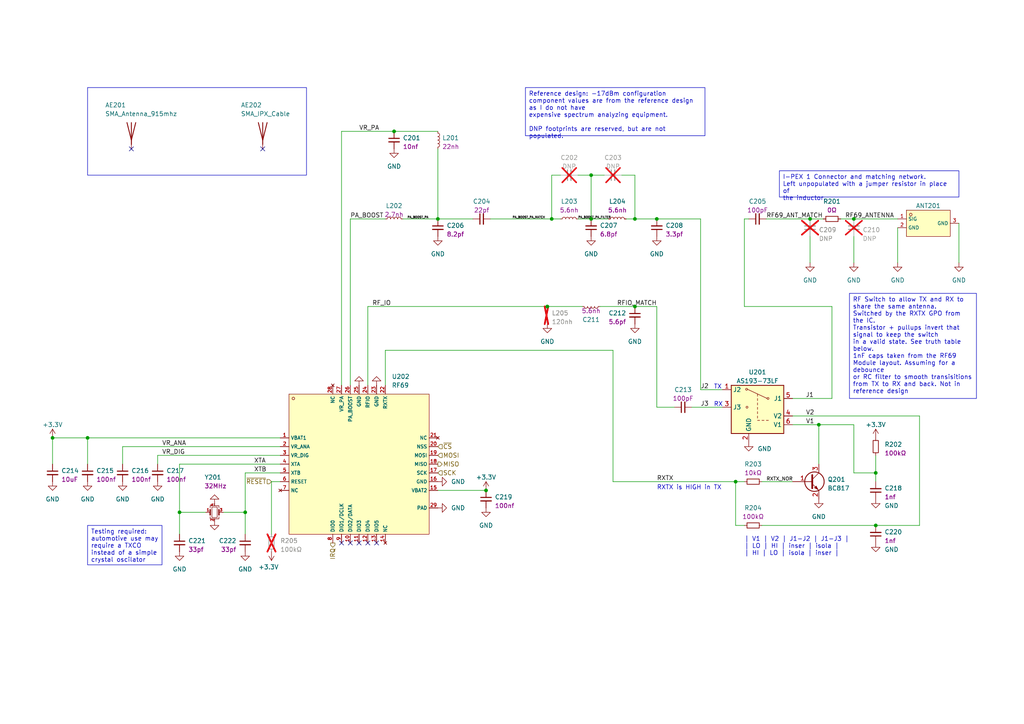
<source format=kicad_sch>
(kicad_sch (version 20230121) (generator eeschema)
  (paper "A4")
  (title_block (title "coneRGB2") (date "2023-03-20") (rev "1") (company "https://cone.codes") (comment 1 "https://github.com/connorrigby/underglow2") (comment 2 "Designed by Connor Rigby") (comment 3 "Handles real time syncronization of installations") (comment 4 "RF69 / SM1231 915mhz Radio"))
  (junction (at 184.15 63.5))
  (junction (at 160.02 63.5))
  (junction (at 171.45 63.5))
  (junction (at 184.15 88.9))
  (junction (at 127 63.5))
  (junction (at 247.65 63.5))
  (junction (at 114.3 38.1))
  (junction (at 213.36 139.7))
  (junction (at 158.75 88.9))
  (junction (at 254 152.4))
  (junction (at 15.24 127))
  (junction (at 254 137.16))
  (junction (at 190.5 63.5))
  (junction (at 52.07 148.59))
  (junction (at 171.45 50.8))
  (junction (at 25.4 127))
  (junction (at 237.49 123.19))
  (junction (at 71.12 148.59))
  (junction (at 140.97 142.24))
  (junction (at 234.95 63.5))
  (no_connect (at 76.2 43.18))
  (no_connect (at 101.6 157.48))
  (no_connect (at 38.1 43.18))
  (no_connect (at 104.14 157.48))
  (no_connect (at 99.06 157.48))
  (no_connect (at 109.22 157.48))
  (no_connect (at 106.68 157.48))
  (wire (pts (xy 184.15 63.5) (xy 181.61 63.5)))
  (wire (pts (xy 220.98 139.7) (xy 229.87 139.7)))
  (wire (pts (xy 78.74 139.7) (xy 78.74 154.94)))
  (wire (pts (xy 160.02 50.8) (xy 160.02 63.5)))
  (wire (pts (xy 173.99 88.9) (xy 184.15 88.9)))
  (wire (pts (xy 200.66 118.11) (xy 209.55 118.11)))
  (wire (pts (xy 71.12 148.59) (xy 71.12 137.16)))
  (wire (pts (xy 71.12 148.59) (xy 71.12 154.94)))
  (wire (pts (xy 52.07 148.59) (xy 59.69 148.59)))
  (wire (pts (xy 167.64 50.8) (xy 171.45 50.8)))
  (wire (pts (xy 81.28 134.62) (xy 52.07 134.62)))
  (wire (pts (xy 247.65 137.16) (xy 247.65 123.19)))
  (wire (pts (xy 177.8 139.7) (xy 213.36 139.7)))
  (wire (pts (xy 247.65 63.5) (xy 260.35 63.5)))
  (wire (pts (xy 222.25 63.5) (xy 234.95 63.5)))
  (wire (pts (xy 234.95 63.5) (xy 238.76 63.5)))
  (wire (pts (xy 106.68 111.76) (xy 106.68 88.9)))
  (wire (pts (xy 184.15 63.5) (xy 190.5 63.5)))
  (wire (pts (xy 177.8 101.6) (xy 177.8 139.7)))
  (wire (pts (xy 203.2 113.03) (xy 203.2 63.5)))
  (wire (pts (xy 190.5 63.5) (xy 203.2 63.5)))
  (wire (pts (xy 260.35 66.04) (xy 260.35 76.2)))
  (wire (pts (xy 15.24 127) (xy 25.4 127)))
  (wire (pts (xy 35.56 129.54) (xy 35.56 134.62)))
  (wire (pts (xy 190.5 118.11) (xy 195.58 118.11)))
  (wire (pts (xy 52.07 148.59) (xy 52.07 154.94)))
  (wire (pts (xy 234.95 68.58) (xy 234.95 76.2)))
  (wire (pts (xy 213.36 152.4) (xy 215.9 152.4)))
  (wire (pts (xy 171.45 50.8) (xy 171.45 63.5)))
  (wire (pts (xy 99.06 38.1) (xy 99.06 111.76)))
  (wire (pts (xy 52.07 134.62) (xy 52.07 148.59)))
  (wire (pts (xy 127 142.24) (xy 140.97 142.24)))
  (wire (pts (xy 158.75 88.9) (xy 168.91 88.9)))
  (wire (pts (xy 81.28 127) (xy 25.4 127)))
  (wire (pts (xy 71.12 137.16) (xy 81.28 137.16)))
  (wire (pts (xy 241.3 115.57) (xy 241.3 88.9)))
  (wire (pts (xy 116.84 63.5) (xy 127 63.5)))
  (wire (pts (xy 15.24 127) (xy 15.24 134.62)))
  (wire (pts (xy 81.28 129.54) (xy 35.56 129.54)))
  (wire (pts (xy 237.49 123.19) (xy 237.49 134.62)))
  (wire (pts (xy 111.76 101.6) (xy 111.76 111.76)))
  (wire (pts (xy 190.5 118.11) (xy 190.5 88.9)))
  (wire (pts (xy 127 43.18) (xy 127 63.5)))
  (wire (pts (xy 64.77 148.59) (xy 71.12 148.59)))
  (wire (pts (xy 247.65 68.58) (xy 247.65 76.2)))
  (wire (pts (xy 167.64 63.5) (xy 171.45 63.5)))
  (wire (pts (xy 241.3 88.9) (xy 215.9 88.9)))
  (wire (pts (xy 127 63.5) (xy 137.16 63.5)))
  (wire (pts (xy 171.45 63.5) (xy 176.53 63.5)))
  (wire (pts (xy 215.9 63.5) (xy 217.17 63.5)))
  (wire (pts (xy 45.72 134.62) (xy 45.72 132.08)))
  (wire (pts (xy 45.72 132.08) (xy 81.28 132.08)))
  (wire (pts (xy 101.6 63.5) (xy 101.6 111.76)))
  (wire (pts (xy 229.87 115.57) (xy 241.3 115.57)))
  (wire (pts (xy 213.36 139.7) (xy 215.9 139.7)))
  (wire (pts (xy 203.2 113.03) (xy 209.55 113.03)))
  (wire (pts (xy 106.68 88.9) (xy 158.75 88.9)))
  (wire (pts (xy 101.6 63.5) (xy 111.76 63.5)))
  (wire (pts (xy 184.15 50.8) (xy 180.34 50.8)))
  (wire (pts (xy 254 137.16) (xy 254 139.7)))
  (wire (pts (xy 142.24 63.5) (xy 160.02 63.5)))
  (wire (pts (xy 229.87 123.19) (xy 237.49 123.19)))
  (wire (pts (xy 215.9 88.9) (xy 215.9 63.5)))
  (wire (pts (xy 266.7 120.65) (xy 266.7 152.4)))
  (wire (pts (xy 220.98 152.4) (xy 254 152.4)))
  (wire (pts (xy 247.65 123.19) (xy 237.49 123.19)))
  (wire (pts (xy 243.84 63.5) (xy 247.65 63.5)))
  (wire (pts (xy 160.02 50.8) (xy 162.56 50.8)))
  (wire (pts (xy 111.76 101.6) (xy 177.8 101.6)))
  (wire (pts (xy 78.74 139.7) (xy 81.28 139.7)))
  (wire (pts (xy 99.06 38.1) (xy 114.3 38.1)))
  (wire (pts (xy 25.4 127) (xy 25.4 134.62)))
  (wire (pts (xy 184.15 50.8) (xy 184.15 63.5)))
  (wire (pts (xy 160.02 63.5) (xy 162.56 63.5)))
  (wire (pts (xy 229.87 120.65) (xy 266.7 120.65)))
  (wire (pts (xy 184.15 88.9) (xy 190.5 88.9)))
  (wire (pts (xy 254 132.08) (xy 254 137.16)))
  (wire (pts (xy 114.3 38.1) (xy 127 38.1)))
  (wire (pts (xy 254 137.16) (xy 247.65 137.16)))
  (wire (pts (xy 213.36 139.7) (xy 213.36 152.4)))
  (wire (pts (xy 171.45 50.8) (xy 175.26 50.8)))
  (wire (pts (xy 278.13 64.77) (xy 278.13 76.2)))
  (wire (pts (xy 254 152.4) (xy 266.7 152.4)))
  (rectangle (start 25.4 25.4) (end 88.9 50.8))
  (text_box "Testing required: automotive use may require a TXCO instead of a simple crystal oscilator" (at 25.4 152.4 0) (size 21.59 11.43) (effects (font (size 1.27 1.27)) (justify left top)))
  (text_box "RF Switch to allow TX and RX to share the same antenna.\nSwitched by the RXTX GPO from the IC. \nTransistor + pullups invert that signal to keep the switch\nin a valid state. See truth table below.\n1nF caps taken from the RF69 Module layout. Assuming for a debounce\nor RC filter to smooth transisitions from TX to RX and back. Not in reference design" (at 246.38 85.09 0) (size 36.83 30.48) (effects (font (size 1.27 1.27)) (justify left top)))
  (text_box "Reference design: -17dBm configuration\ncomponent values are from the reference design as I do not have\nexpensive spectrum analyzing equipment. \n\nDNP footprints are reserved, but are not populated." (at 152.4 25.4 0) (size 52.07 13.97) (effects (font (size 1.27 1.27)) (justify left top)))
  (text_box "I-PEX 1 Connector and matching network.\nLeft unpopulated with a jumper resistor in place of\nthe inductor." (at 226.06 49.53 0) (size 52.07 7.62) (effects (font (size 1.27 1.27)) (justify left top)))
  (text "RXTX is HIGH in TX" (at 190.5 142.24 0) (effects (font (size 1.27 1.27)) (justify left bottom)))
  (text "TX" (at 207.01 113.03 0) (effects (font (size 1.27 1.27)) (justify left bottom)))
  (text "| V1 | V2 | J1-J2 | J1-J3 |\n| LO | HI | inser | isola |\n| HI | LO | isola | inser |" (at 215.9 161.29 0) (effects (font (size 1.27 1.27)) (justify left bottom)))
  (text "RX" (at 207.01 118.11 0) (effects (font (size 1.27 1.27)) (justify left bottom)))
  (label "RF69_ANTENNA" (at 245.11 63.5 0) (property "Netclass" "RF" (effects hide)))
  (label "XTB" (at 73.66 137.16 0))
  (label "J1" (at 233.68 115.57 0) (property "Netclass" "RF" (effects hide)))
  (label "PA_BOOST_PA" (at 118.11 63.5 0) (effects (font (size 0.6 0.6))) (property "Netclass" "RF" (effects hide)))
  (label "J2" (at 203.2 113.03 0))
  (label "RF69_ANT_MATCH" (at 222.25 63.5 0) (property "Netclass" "RF" (effects hide)))
  (label "RXTX" (at 190.5 139.7 0) (property "Netclass" "GPIO" (effects hide)))
  (label "PA_BOOST_PA_FILTER" (at 167.64 63.5 0) (effects (font (size 0.6 0.6))) (property "Netclass" "RF" (effects hide)))
  (label "V2" (at 236.22 120.65 180) (property "Netclass" "GPIO" (effects hide)))
  (label "VR_DIG" (at 46.99 132.08 0) (property "Netclass" "Power" (effects hide)))
  (label "V1" (at 236.22 123.19 180) (property "Netclass" "GPIO" (effects hide)))
  (label "RFIO_MATCH" (at 190.5 88.9 180) (property "Netclass" "RF" (effects hide)))
  (label "PA_BOOST_PA_MATCH" (at 148.59 63.5 0) (effects (font (size 0.6 0.6))) (property "Netclass" "RF" (effects hide)))
  (label "VR_ANA" (at 46.99 129.54 0) (property "Netclass" "Power_HF" (effects hide)))
  (label "RF_IO" (at 107.95 88.9 0) (property "Netclass" "RF" (effects hide)))
  (label "VR_PA" (at 104.14 38.1 0) (property "Netclass" "RF" (effects hide)))
  (label "XTA" (at 73.66 134.62 0))
  (label "J3" (at 203.2 118.11 0) (property "Netclass" "RF" (effects hide)))
  (label "RXTX_NOR" (at 222.25 139.7 0) (effects (font (size 1 1))) (property "Netclass" "GPIO" (effects hide)))
  (label "PA_BOOST" (at 101.6 63.5 0) (property "Netclass" "RF" (effects hide)))
  (hierarchical_label "~{CS}" (shape input) (at 127 129.54 0))
  (hierarchical_label "IRQ" (shape output) (at 96.52 157.48 270))
  (hierarchical_label "MISO" (shape output) (at 127 134.62 0))
  (hierarchical_label "MOSI" (shape input) (at 127 132.08 0))
  (hierarchical_label "SCK" (shape input) (at 127 137.16 0))
  (hierarchical_label "~{RESET}" (shape input) (at 78.74 139.7 180))
  (symbol (lib_id "power:GND") (at 114.3 43.18 0) (unit 1)
    (property "Reference" "#PWR0201" (effects hide))
    (property "Value" "GND" (at 114.3 48.26 0))
    (instances (project "underglow2-remote" (path "" (reference "#PWR0201") (unit 1))) (project "underglow2" (path "" (reference "#PWR0818") (unit 1))))
  )
  (symbol (lib_id "LCSC_Capacitor:C_0402_100nf_X7R") (at 35.56 137.16 0) (unit 1)
    (property "Reference" "C216" (at 38.1 136.5313 0) (effects (justify left)))
    (property "Value" "C_0402_100nf_X7R" (effects hide))
    (property "Footprint" "Capacitor_SMD:C_0402_1005Metric" (effects hide))
    (property "Datasheet" "https://datasheet.lcsc.com/lcsc/1811141731_FH--Guangdong-Fenghua-Advanced-Tech-0402B104K500NT_C110251.pdf" (effects hide))
    (property "MPN" "0402B104K500NT" (effects hide))
    (property "LCSC" "C110251" (effects hide))
    (property "Capacitance" "100nf" (at 38.1 139.0713 0) (effects (justify left)))
    (property "Voltage" "50V" (effects hide))
    (property "Temperature" "X7R" (effects hide))
    (instances (project "underglow2-remote" (path "" (reference "C216") (unit 1))) (project "underglow2" (path "" (reference "C809") (unit 1))))
  )
  (symbol (lib_id "Device:Antenna") (at 38.1 38.1 0) (unit 1) (on_board no)
    (property "Reference" "AE201" (at 30.48 30.48 0) (effects (justify left)))
    (property "Value" "SMA_Antenna_915mhz" (at 30.48 33.02 0) (effects (justify left)))
    (property "Footprint" "Enclosure:SMA_Antenna_Vertical" (effects hide))
    (property "Datasheet" "https://datasheet.lcsc.com/lcsc/2207191000_ZIISOR-TX915-JK-11_C468327.pdf" (effects hide))
    (property "MPN" "TX915-JK-11" (effects hide))
    (property "LCSC" "C468327" (effects hide))
    (instances (project "underglow2-remote" (path "" (reference "AE201") (unit 1))) (project "underglow2" (path "" (reference "AE801") (unit 1))))
  )
  (symbol (lib_id "power:GND") (at 15.24 139.7 0) (unit 1)
    (property "Reference" "#PWR0216" (effects hide))
    (property "Value" "GND" (at 15.24 144.78 0))
    (instances (project "underglow2-remote" (path "" (reference "#PWR0216") (unit 1))) (project "underglow2" (path "" (reference "#PWR0823") (unit 1))))
  )
  (symbol (lib_id "LCSC_RF_Transciever_ICs:AS193-73LF") (at 219.71 118.11 0) (mirror y) (unit 1)
    (property "Reference" "U201" (at 219.71 107.95 0))
    (property "Value" "AS193-73LF" (at 219.71 110.49 0))
    (property "Footprint" "Package_TO_SOT_SMD:SOT-363_SC-70-6" (effects hide))
    (property "Datasheet" "https://datasheet.lcsc.com/lcsc/1805301207_Skyworks-Solutions-AS193-73LF_C6199.pdf" (effects hide))
    (property "LCSC" "C6199" (effects hide))
    (property "MPN" "AS193-73LF" (effects hide))
    (instances (project "underglow2-remote" (path "" (reference "U201") (unit 1))) (project "underglow2" (path "" (reference "U802") (unit 1))))
  )
  (symbol (lib_id "LCSC_Capacitor:C_0805_10u_X5R") (at 15.24 137.16 0) (unit 1)
    (property "Reference" "C214" (at 17.78 136.5313 0) (effects (justify left)))
    (property "Value" "C_0805_10u_X5R" (effects hide))
    (property "Footprint" "Capacitor_SMD:C_0805_2012Metric" (effects hide))
    (property "Datasheet" "https://datasheet.lcsc.com/lcsc/1810201234_Murata-Electronics-GRM21BR6YA106KE43L_C162422.pdf" (effects hide))
    (property "Capacitance" "10uF" (at 17.78 139.0713 0) (effects (justify left)))
    (property "LCSC" "C162422" (effects hide))
    (property "MPN" "GRM21BR6YA106KE43L" (effects hide))
    (property "Voltage" "35V" (effects hide))
    (property "Tolerance" "10%" (effects hide))
    (property "Temperature" "X5R" (effects hide))
    (instances (project "underglow2-remote" (path "" (reference "C214") (unit 1))) (project "underglow2" (path "" (reference "C816") (unit 1))))
  )
  (symbol (lib_id "LCSC_Capacitor:C_0402_3p3_C0G") (at 190.5 66.04 180) (unit 1)
    (property "Reference" "C208" (at 193.04 65.3986 0) (effects (justify right)))
    (property "Value" "C_0402_3p3_C0G" (effects hide))
    (property "Footprint" "Capacitor_SMD:C_0402_1005Metric" (effects hide))
    (property "Datasheet" "https://datasheet.lcsc.com/lcsc/1811081612_Murata-Electronics-GRM1555C1H3R3CA01D_C76968.pdf" (effects hide))
    (property "Capacitance" "3.3pf" (at 193.04 67.9386 0) (effects (justify right)))
    (property "LCSC" "C76968" (effects hide))
    (property "MPN" "GRM1555C1H3R3CA01D" (effects hide))
    (property "Voltage" "50V" (effects hide))
    (property "Tolerance" "2%" (effects hide))
    (property "Temperature" "C0G" (effects hide))
    (instances (project "underglow2-remote" (path "" (reference "C208") (unit 1))) (project "underglow2" (path "" (reference "C807") (unit 1))))
  )
  (symbol (lib_id "LCSC_Crystal:32_Mhz") (at 62.23 148.59 0) (unit 1)
    (property "Reference" "Y201" (at 59.2837 138.43 0) (effects (justify left)))
    (property "Value" "32_Mhz" (effects hide))
    (property "Footprint" "Crystal:Crystal_SMD_3225-4Pin_3.2x2.5mm" (effects hide))
    (property "Datasheet" "https://datasheet.lcsc.com/lcsc/2208241730_TAE-Zhejiang-Abel-Elec-TAXM32M4RLBCDT2T_C5143379.pdf" (effects hide))
    (property "MPN" "TAXM32M4RLBCDT2T" (effects hide))
    (property "LCSC" "C5143379" (effects hide))
    (property "Frequency" "32MHz" (at 59.2837 140.97 0) (effects (justify left)))
    (instances (project "underglow2-remote" (path "" (reference "Y201") (unit 1))) (project "underglow2" (path "" (reference "Y801") (unit 1))))
  )
  (symbol (lib_id "LCSC_Inductor:L_0402_22n") (at 127 40.64 0) (unit 1)
    (property "Reference" "L201" (at 128.27 40.005 0) (effects (justify left)))
    (property "Value" "L_0402_22n" (effects hide))
    (property "Footprint" "Inductor_SMD:L_0402_1005Metric" (effects hide))
    (property "Datasheet" "https://datasheet.lcsc.com/lcsc/1811081610_Murata-Electronics-LQW15AN22NG00D_C86129.pdf" (effects hide))
    (property "LCSC" "C86129" (effects hide))
    (property "MPN" "LQW15AN22NG00D" (effects hide))
    (property "Inductance" "22nh" (at 128.27 42.545 0) (effects (justify left)))
    (instances (project "underglow2-remote" (path "" (reference "L201") (unit 1))) (project "underglow2" (path "" (reference "L802") (unit 1))))
  )
  (symbol (lib_id "LCSC_Resistor:R_0402_100k") (at 218.44 152.4 90) (unit 1)
    (property "Reference" "R204" (at 218.44 147.32 90))
    (property "Value" "R_0402_100k" (effects hide))
    (property "Footprint" "Resistor_SMD:R_0402_1005Metric" (effects hide))
    (property "Datasheet" "https://datasheet.lcsc.com/lcsc/2203231830_Viking-Tech-ARG02BTC1003_C2984406.pdf" (effects hide))
    (property "MPN" "ARG02BTC1003" (effects hide))
    (property "LCSC" "C2984406" (effects hide))
    (property "Resistance" "100kΩ" (at 218.44 149.86 90))
    (instances (project "underglow2-remote" (path "" (reference "R204") (unit 1))) (project "underglow2" (path "" (reference "R803") (unit 1))))
  )
  (symbol (lib_id "power:GND") (at 127 68.58 0) (unit 1)
    (property "Reference" "#PWR0202" (effects hide))
    (property "Value" "GND" (at 127 73.66 0))
    (instances (project "underglow2-remote" (path "" (reference "#PWR0202") (unit 1))) (project "underglow2" (path "" (reference "#PWR0822") (unit 1))))
  )
  (symbol (lib_id "LCSC_Transistor1:BC817") (at 234.95 139.7 0) (unit 1)
    (property "Reference" "Q201" (at 240.03 139.065 0) (effects (justify left)))
    (property "Value" "BC817" (at 240.03 141.605 0) (effects (justify left)))
    (property "Footprint" "Package_TO_SOT_SMD:SOT-23" (effects hide))
    (property "Datasheet" "https://www.onsemi.com/pub/Collateral/BC818-D.pdf" (effects hide))
    (property "LCSC" "C39828" (effects hide))
    (instances (project "underglow2-remote" (path "" (reference "Q201") (unit 1))) (project "underglow2" (path "" (reference "Q801") (unit 1))))
  )
  (symbol (lib_id "power:GND") (at 71.12 160.02 0) (unit 1)
    (property "Reference" "#PWR0230" (effects hide))
    (property "Value" "GND" (at 71.12 165.1 0))
    (instances (project "underglow2-remote" (path "" (reference "#PWR0230") (unit 1))) (project "underglow2" (path "" (reference "#PWR0808") (unit 1))))
  )
  (symbol (lib_id "LCSC_Resistor:R_0402_10k") (at 218.44 139.7 90) (unit 1)
    (property "Reference" "R203" (at 218.44 134.62 90))
    (property "Value" "R_0402_10k" (effects hide))
    (property "Footprint" "Resistor_SMD:R_0402_1005Metric" (effects hide))
    (property "Datasheet" "https://datasheet.lcsc.com/lcsc/2109301330_Viking-Tech-ARG02BTC1002_C2902636.pdf" (effects hide))
    (property "MPN" "ARG02BTC1002" (effects hide))
    (property "LCSC" "C2902636" (effects hide))
    (property "Resistance" "10kΩ" (at 218.44 137.16 90))
    (instances (project "underglow2-remote" (path "" (reference "R203") (unit 1))) (project "underglow2" (path "" (reference "R805") (unit 1))))
  )
  (symbol (lib_id "LCSC_Capacitor:C_0402_22p_C0G") (at 139.7 63.5 90) (unit 1)
    (property "Reference" "C204" (at 139.7063 58.42 90))
    (property "Value" "C_0402_22p_C0G" (effects hide))
    (property "Footprint" "Capacitor_SMD:C_0402_1005Metric" (effects hide))
    (property "Datasheet" "https://datasheet.lcsc.com/lcsc/1811081530_Murata-Electronics-GJM1555C1H220GB01D_C161315.pdf" (effects hide))
    (property "Capacitance" "22pf" (at 139.7063 60.96 90))
    (property "LCSC" "C161315" (effects hide))
    (property "MPN" "GJM1555C1H220GB01D" (effects hide))
    (property "Voltage" "50V" (effects hide))
    (property "Tolerance" "2%" (effects hide))
    (property "Temperature" "C0G" (effects hide))
    (instances (project "underglow2-remote" (path "" (reference "C204") (unit 1))) (project "underglow2" (path "" (reference "C803") (unit 1))))
  )
  (symbol (lib_id "LCSC_Inductor:L_0402_2n7") (at 114.3 63.5 90) (unit 1)
    (property "Reference" "L202" (at 114.3 59.69 90))
    (property "Value" "L_0402_2n7" (effects hide))
    (property "Footprint" "Inductor_SMD:L_0402_1005Metric" (effects hide))
    (property "Datasheet" "https://datasheet.lcsc.com/lcsc/1811081613_Murata-Electronics-LQW15AN2N7C00D_C98058.pdf" (effects hide))
    (property "LCSC" "C98058" (effects hide))
    (property "MPN" "LQW15AN2N7C00D" (effects hide))
    (property "Inductance" "2.7nh" (at 114.3 62.23 90))
    (instances (project "underglow2-remote" (path "" (reference "L202") (unit 1))) (project "underglow2" (path "" (reference "L801") (unit 1))))
  )
  (symbol (lib_id "power:GND") (at 62.23 146.05 180) (unit 1)
    (property "Reference" "#PWR0224" (effects hide))
    (property "Value" "GND" (effects hide))
    (instances (project "underglow2-remote" (path "" (reference "#PWR0224") (unit 1))) (project "underglow2" (path "" (reference "#PWR0810") (unit 1))))
  )
  (symbol (lib_id "power:+3.3V") (at 78.74 160.02 180) (unit 1)
    (property "Reference" "#PWR0231" (effects hide))
    (property "Value" "+3.3V" (at 74.93 164.465 0) (effects (justify right)))
    (instances (project "underglow2-remote" (path "" (reference "#PWR0231") (unit 1))) (project "underglow2" (path "" (reference "#PWR0828") (unit 1))))
  )
  (symbol (lib_id "LCSC_Capacitor:C_0402_DNP") (at 247.65 66.04 180) (unit 1) (in_bom no) (dnp yes)
    (property "Reference" "C210" (at 250.19 66.6686 0) (effects (justify right)))
    (property "Value" "C_0402_DNP" (effects hide))
    (property "Footprint" "Capacitor_SMD:C_0402_1005Metric" (effects hide))
    (property "Capacitance" "DNP" (at 250.19 69.2086 0) (effects (justify right)))
    (instances (project "underglow2-remote" (path "" (reference "C210") (unit 1))) (project "underglow2" (path "" (reference "C827") (unit 1))))
  )
  (symbol (lib_id "LCSC_Capacitor:C_0402_DNP") (at 234.95 66.04 180) (unit 1) (in_bom no) (dnp yes)
    (property "Reference" "C209" (at 237.49 66.6686 0) (effects (justify right)))
    (property "Value" "C_0402_DNP" (effects hide))
    (property "Footprint" "Capacitor_SMD:C_0402_1005Metric" (effects hide))
    (property "Capacitance" "DNP" (at 237.49 69.2086 0) (effects (justify right)))
    (instances (project "underglow2-remote" (path "" (reference "C209") (unit 1))) (project "underglow2" (path "" (reference "C826") (unit 1))))
  )
  (symbol (lib_id "LCSC_Capacitor:C_0402_DNP") (at 177.8 50.8 90) (unit 1) (in_bom no) (dnp yes)
    (property "Reference" "C203" (at 177.8063 45.72 90))
    (property "Value" "C_0402_DNP" (effects hide))
    (property "Footprint" "Capacitor_SMD:C_0402_1005Metric" (effects hide))
    (property "Capacitance" "DNP" (at 177.8063 48.26 90))
    (instances (project "underglow2-remote" (path "" (reference "C203") (unit 1))) (project "underglow2" (path "" (reference "C806") (unit 1))))
  )
  (symbol (lib_id "power:+3.3V") (at 140.97 142.24 0) (unit 1)
    (property "Reference" "#PWR0221" (effects hide))
    (property "Value" "+3.3V" (at 140.97 138.43 0))
    (instances (project "underglow2-remote" (path "" (reference "#PWR0221") (unit 1))) (project "underglow2" (path "" (reference "#PWR0801") (unit 1))))
  )
  (symbol (lib_id "LCSC_Capacitor:C_0402_33p_C0G") (at 71.12 157.48 0) (unit 1)
    (property "Reference" "C222" (at 68.58 156.8513 0) (effects (justify right)))
    (property "Value" "C_0402_33p_C0G" (effects hide))
    (property "Footprint" "Capacitor_SMD:C_0402_1005Metric" (effects hide))
    (property "Datasheet" "https://datasheet.lcsc.com/lcsc/1811081610_Murata-Electronics-GJM1555C1H330GB01D_C76905.pdf" (effects hide))
    (property "Capacitance" "33pf" (at 68.58 159.3913 0) (effects (justify right)))
    (property "LCSC" "C76905" (effects hide))
    (property "Voltage" "50V" (effects hide))
    (property "Tolerance" "2%" (effects hide))
    (property "Temperature" "C0G" (effects hide))
    (instances (project "underglow2-remote" (path "" (reference "C222") (unit 1))) (project "underglow2" (path "" (reference "C812") (unit 1))))
  )
  (symbol (lib_id "LCSC_Capacitor:C_0402_100nf_X7R") (at 25.4 137.16 0) (unit 1)
    (property "Reference" "C215" (at 27.94 136.5313 0) (effects (justify left)))
    (property "Value" "C_0402_100nf_X7R" (effects hide))
    (property "Footprint" "Capacitor_SMD:C_0402_1005Metric" (effects hide))
    (property "Datasheet" "https://datasheet.lcsc.com/lcsc/1811141731_FH--Guangdong-Fenghua-Advanced-Tech-0402B104K500NT_C110251.pdf" (effects hide))
    (property "MPN" "0402B104K500NT" (effects hide))
    (property "LCSC" "C110251" (effects hide))
    (property "Capacitance" "100nf" (at 27.94 139.0713 0) (effects (justify left)))
    (property "Voltage" "50V" (effects hide))
    (property "Temperature" "X7R" (effects hide))
    (instances (project "underglow2-remote" (path "" (reference "C215") (unit 1))) (project "underglow2" (path "" (reference "C808") (unit 1))))
  )
  (symbol (lib_id "power:GND") (at 184.15 93.98 0) (unit 1)
    (property "Reference" "#PWR0210" (effects hide))
    (property "Value" "GND" (at 184.15 99.06 0))
    (instances (project "underglow2-remote" (path "" (reference "#PWR0210") (unit 1))) (project "underglow2" (path "" (reference "#PWR0821") (unit 1))))
  )
  (symbol (lib_id "LCSC_Antenna:BWIPX-1-001E") (at 269.24 64.77 0) (unit 1)
    (property "Reference" "ANT201" (at 269.24 59.69 0))
    (property "Value" "BWIPX-1-001E" (effects hide))
    (property "Footprint" "LCSC_Antenna:IPEX-SMD_BWIPX-1-001E" (effects hide))
    (property "Datasheet" "https://datasheet.lcsc.com/lcsc/2012231509_BAT-WIRELESS-BWIPX-1-001E_C496552.pdf" (effects hide))
    (property "LCSC" "C496552" (effects hide))
    (property "MPN" "BWIPX-1-001E" (effects hide))
    (instances (project "underglow2-remote" (path "" (reference "ANT201") (unit 1))) (project "underglow2" (path "" (reference "ANT801") (unit 1))))
  )
  (symbol (lib_id "power:GND") (at 35.56 139.7 0) (unit 1)
    (property "Reference" "#PWR0218" (effects hide))
    (property "Value" "GND" (at 35.56 144.78 0))
    (instances (project "underglow2-remote" (path "" (reference "#PWR0218") (unit 1))) (project "underglow2" (path "" (reference "#PWR0804") (unit 1))))
  )
  (symbol (lib_id "power:GND") (at 109.22 111.76 180) (unit 1)
    (property "Reference" "#PWR0212" (effects hide))
    (property "Value" "GND" (effects hide))
    (instances (project "underglow2-remote" (path "" (reference "#PWR0212") (unit 1))) (project "underglow2" (path "" (reference "#PWR0164") (unit 1))))
  )
  (symbol (lib_id "power:GND") (at 140.97 147.32 0) (unit 1)
    (property "Reference" "#PWR0226" (effects hide))
    (property "Value" "GND" (at 140.97 152.4 0))
    (instances (project "underglow2-remote" (path "" (reference "#PWR0226") (unit 1))) (project "underglow2" (path "" (reference "#PWR0802") (unit 1))))
  )
  (symbol (lib_id "LCSC_Inductor:L_0402_120n") (at 158.75 91.44 180) (unit 1) (in_bom no) (dnp yes)
    (property "Reference" "L205" (at 160.02 90.805 0) (effects (justify right)))
    (property "Value" "L_0402_120n" (effects hide))
    (property "Footprint" "Inductor_SMD:L_0402_1005Metric" (effects hide))
    (property "Datasheet" "https://datasheet.lcsc.com/lcsc/1811081514_Murata-Electronics-LQW15ANR12J00D_C113123.pdf" (effects hide))
    (property "LCSC" "C113123" (effects hide))
    (property "MPN" "LQW15ANR12J00D" (effects hide))
    (property "Inductance" "120nh" (at 160.02 93.345 0) (effects (justify right)))
    (instances (project "underglow2-remote" (path "" (reference "L205") (unit 1))) (project "underglow2" (path "" (reference "L805") (unit 1))))
  )
  (symbol (lib_id "LCSC_Inductor:L_0402_5n6") (at 179.07 63.5 90) (unit 1)
    (property "Reference" "L204" (at 179.07 58.42 90))
    (property "Value" "L_0402_5n6" (effects hide))
    (property "Footprint" "Inductor_SMD:L_0402_1005Metric" (effects hide))
    (property "Datasheet" "https://datasheet.lcsc.com/lcsc/1811081522_Murata-Electronics-LQW15AN5N6C10D_C91626.pdf" (effects hide))
    (property "LCSC" "C91626" (effects hide))
    (property "MPN" "LQW15AN5N6C10D" (effects hide))
    (property "Inductance" "5.6nh" (at 179.07 60.96 90))
    (instances (project "underglow2-remote" (path "" (reference "L204") (unit 1))) (project "underglow2" (path "" (reference "L804") (unit 1))))
  )
  (symbol (lib_id "power:GND") (at 190.5 68.58 0) (unit 1)
    (property "Reference" "#PWR0204" (effects hide))
    (property "Value" "GND" (at 190.5 73.66 0))
    (instances (project "underglow2-remote" (path "" (reference "#PWR0204") (unit 1))) (project "underglow2" (path "" (reference "#PWR0824") (unit 1))))
  )
  (symbol (lib_id "LCSC_Capacitor:C_0402_100nf_X7R") (at 45.72 137.16 0) (unit 1)
    (property "Reference" "C217" (at 48.26 136.5313 0) (effects (justify left)))
    (property "Value" "C_0402_100nf_X7R" (effects hide))
    (property "Footprint" "Capacitor_SMD:C_0402_1005Metric" (effects hide))
    (property "Datasheet" "https://datasheet.lcsc.com/lcsc/1811141731_FH--Guangdong-Fenghua-Advanced-Tech-0402B104K500NT_C110251.pdf" (effects hide))
    (property "MPN" "0402B104K500NT" (effects hide))
    (property "LCSC" "C110251" (effects hide))
    (property "Capacitance" "100nf" (at 48.26 139.0713 0) (effects (justify left)))
    (property "Voltage" "50V" (effects hide))
    (property "Temperature" "X7R" (effects hide))
    (instances (project "underglow2-remote" (path "" (reference "C217") (unit 1))) (project "underglow2" (path "" (reference "C810") (unit 1))))
  )
  (symbol (lib_id "LCSC_Resistor:R_0402_100k") (at 254 129.54 0) (unit 1)
    (property "Reference" "R202" (at 256.54 128.905 0) (effects (justify left)))
    (property "Value" "R_0402_100k" (effects hide))
    (property "Footprint" "Resistor_SMD:R_0402_1005Metric" (effects hide))
    (property "Datasheet" "https://datasheet.lcsc.com/lcsc/2203231830_Viking-Tech-ARG02BTC1003_C2984406.pdf" (effects hide))
    (property "MPN" "ARG02BTC1003" (effects hide))
    (property "LCSC" "C2984406" (effects hide))
    (property "Resistance" "100kΩ" (at 256.54 131.445 0) (effects (justify left)))
    (instances (project "underglow2-remote" (path "" (reference "R202") (unit 1))) (project "underglow2" (path "" (reference "R802") (unit 1))))
  )
  (symbol (lib_id "power:+3.3V") (at 254 127 0) (unit 1)
    (property "Reference" "#PWR0214" (effects hide))
    (property "Value" "+3.3V" (at 254 123.19 0))
    (instances (project "underglow2-remote" (path "" (reference "#PWR0214") (unit 1))) (project "underglow2" (path "" (reference "#PWR0817") (unit 1))))
  )
  (symbol (lib_id "LCSC_Capacitor:C_0402_100nf_X7R") (at 140.97 144.78 0) (unit 1)
    (property "Reference" "C219" (at 143.51 144.1513 0) (effects (justify left)))
    (property "Value" "C_0402_100nf_X7R" (effects hide))
    (property "Footprint" "Capacitor_SMD:C_0402_1005Metric" (effects hide))
    (property "Datasheet" "https://datasheet.lcsc.com/lcsc/1811141731_FH--Guangdong-Fenghua-Advanced-Tech-0402B104K500NT_C110251.pdf" (effects hide))
    (property "MPN" "0402B104K500NT" (effects hide))
    (property "LCSC" "C110251" (effects hide))
    (property "Capacitance" "100nf" (at 143.51 146.6913 0) (effects (justify left)))
    (property "Voltage" "50V" (effects hide))
    (property "Temperature" "X7R" (effects hide))
    (instances (project "underglow2-remote" (path "" (reference "C219") (unit 1))) (project "underglow2" (path "" (reference "C813") (unit 1))))
  )
  (symbol (lib_id "LCSC_Capacitor:C_0402_10n_C0G") (at 114.3 40.64 0) (unit 1)
    (property "Reference" "C201" (at 116.84 40.0113 0) (effects (justify left)))
    (property "Value" "C_0402_10n_C0G" (effects hide))
    (property "Footprint" "Capacitor_SMD:C_0402_1005Metric" (effects hide))
    (property "Datasheet" "https://datasheet.lcsc.com/lcsc/2107290630_Murata-Electronics-GRM1555CYA103JE01D_C1518210.pdf" (effects hide))
    (property "Capacitance" "10nf" (at 116.84 42.5513 0) (effects (justify left)))
    (property "LCSC" "C1518210" (effects hide))
    (property "MPN" "GRM1555CYA103JE01D" (effects hide))
    (property "Voltage" "35V" (effects hide))
    (property "Tolerance" "±5%" (effects hide))
    (property "Temperature" "C0G" (effects hide))
    (instances (project "underglow2-remote" (path "" (reference "C201") (unit 1))) (project "underglow2" (path "" (reference "C801") (unit 1))))
  )
  (symbol (lib_id "power:GND") (at 278.13 76.2 0) (unit 1)
    (property "Reference" "#PWR0208" (effects hide))
    (property "Value" "GND" (at 278.13 81.28 0))
    (instances (project "underglow2-remote" (path "" (reference "#PWR0208") (unit 1))) (project "underglow2" (path "" (reference "#PWR0813") (unit 1))))
  )
  (symbol (lib_id "power:+3.3V") (at 15.24 127 0) (unit 1)
    (property "Reference" "#PWR0213" (effects hide))
    (property "Value" "+3.3V" (at 15.24 123.19 0))
    (instances (project "underglow2-remote" (path "" (reference "#PWR0213") (unit 1))) (project "underglow2" (path "" (reference "#PWR0806") (unit 1))))
  )
  (symbol (lib_id "LCSC_Capacitor:C_0402_1nf_X7R") (at 254 154.94 180) (unit 1)
    (property "Reference" "C220" (at 256.54 154.2986 0) (effects (justify right)))
    (property "Value" "C_0402_1nf_X7R" (effects hide))
    (property "Footprint" "Capacitor_SMD:C_0402_1005Metric" (effects hide))
    (property "Datasheet" "https://datasheet.lcsc.com/lcsc/1811081510_Murata-Electronics-GCM155R72A102KA37D_C126538.pdf" (effects hide))
    (property "MPN" "GCM155R72A102KA37D" (effects hide))
    (property "LCSC" "C126538" (effects hide))
    (property "Capacitance" "1nf" (at 256.54 156.8386 0) (effects (justify right)))
    (property "Voltage" "100V" (effects hide))
    (property "Temperature" "X7R" (effects hide))
    (instances (project "underglow2-remote" (path "" (reference "C220") (unit 1))) (project "underglow2" (path "" (reference "C829") (unit 1))))
  )
  (symbol (lib_id "power:GND") (at 158.75 93.98 0) (unit 1)
    (property "Reference" "#PWR0209" (effects hide))
    (property "Value" "GND" (at 158.75 99.06 0))
    (instances (project "underglow2-remote" (path "" (reference "#PWR0209") (unit 1))) (project "underglow2" (path "" (reference "#PWR0820") (unit 1))))
  )
  (symbol (lib_id "power:GND") (at 104.14 111.76 180) (unit 1)
    (property "Reference" "#PWR0211" (effects hide))
    (property "Value" "GND" (effects hide))
    (instances (project "underglow2-remote" (path "" (reference "#PWR0211") (unit 1))) (project "underglow2" (path "" (reference "#PWR0165") (unit 1))))
  )
  (symbol (lib_id "power:GND") (at 62.23 151.13 0) (unit 1)
    (property "Reference" "#PWR0227" (effects hide))
    (property "Value" "GND" (effects hide))
    (instances (project "underglow2-remote" (path "" (reference "#PWR0227") (unit 1))) (project "underglow2" (path "" (reference "#PWR0809") (unit 1))))
  )
  (symbol (lib_id "Device:Antenna") (at 76.2 38.1 0) (unit 1) (on_board no)
    (property "Reference" "AE202" (at 69.85 30.48 0) (effects (justify left)))
    (property "Value" "SMA_IPX_Cable" (at 69.85 33.02 0) (effects (justify left)))
    (property "Footprint" "Enclosure:SMA_Connector" (effects hide))
    (property "Datasheet" "https://datasheet.lcsc.com/lcsc/2009180306_BAT-WIRELESS-BWIPX1-SMA-1-13L100_C784403.pdf" (effects hide))
    (property "LCSC" "C784403" (effects hide))
    (property "MPN" "BWIPX1-SMA-1.13L100" (effects hide))
    (instances (project "underglow2-remote" (path "" (reference "AE202") (unit 1))) (project "underglow2" (path "" (reference "AE802") (unit 1))))
  )
  (symbol (lib_id "power:GND") (at 127 139.7 90) (unit 1)
    (property "Reference" "#PWR0220" (effects hide))
    (property "Value" "GND" (at 130.81 139.6999 90) (effects (justify right)))
    (instances (project "underglow2-remote" (path "" (reference "#PWR0220") (unit 1))) (project "underglow2" (path "" (reference "#PWR0162") (unit 1))))
  )
  (symbol (lib_id "LCSC_Capacitor:C_0402_33p_C0G") (at 52.07 157.48 0) (unit 1)
    (property "Reference" "C221" (at 54.61 156.8513 0) (effects (justify left)))
    (property "Value" "C_0402_33p_C0G" (effects hide))
    (property "Footprint" "Capacitor_SMD:C_0402_1005Metric" (effects hide))
    (property "Datasheet" "https://datasheet.lcsc.com/lcsc/1811081610_Murata-Electronics-GJM1555C1H330GB01D_C76905.pdf" (effects hide))
    (property "Capacitance" "33pf" (at 54.61 159.3913 0) (effects (justify left)))
    (property "LCSC" "C76905" (effects hide))
    (property "Voltage" "50V" (effects hide))
    (property "Tolerance" "2%" (effects hide))
    (property "Temperature" "C0G" (effects hide))
    (instances (project "underglow2-remote" (path "" (reference "C221") (unit 1))) (project "underglow2" (path "" (reference "C811") (unit 1))))
  )
  (symbol (lib_id "power:GND") (at 171.45 68.58 0) (unit 1)
    (property "Reference" "#PWR0203" (effects hide))
    (property "Value" "GND" (at 171.45 73.66 0))
    (instances (project "underglow2-remote" (path "" (reference "#PWR0203") (unit 1))) (project "underglow2" (path "" (reference "#PWR0819") (unit 1))))
  )
  (symbol (lib_id "LCSC_Capacitor:C_0402_100p_C0G") (at 198.12 118.11 90) (unit 1)
    (property "Reference" "C213" (at 198.1263 113.03 90))
    (property "Value" "C_0402_100p_C0G" (effects hide))
    (property "Footprint" "Capacitor_SMD:C_0402_1005Metric" (effects hide))
    (property "Datasheet" "https://datasheet.lcsc.com/lcsc/2009181536_Murata-Electronics-GRT1555C1H101JA02D_C711072.pdf" (effects hide))
    (property "Capacitance" "100pF" (at 198.1263 115.57 90))
    (property "LCSC" "C711072" (effects hide))
    (property "MPN" "GRT1555C1H101JA02D" (effects hide))
    (property "Voltage" "50V" (effects hide))
    (property "Tolerance" "5%" (effects hide))
    (property "Temperature" "C0G" (effects hide))
    (instances (project "underglow2-remote" (path "" (reference "C213") (unit 1))) (project "underglow2" (path "" (reference "C823") (unit 1))))
  )
  (symbol (lib_id "LCSC_Capacitor:C_0402_6p8_C0G") (at 171.45 66.04 180) (unit 1)
    (property "Reference" "C207" (at 173.99 65.3986 0) (effects (justify right)))
    (property "Value" "C_0402_6p8_C0G" (effects hide))
    (property "Footprint" "Capacitor_SMD:C_0402_1005Metric" (effects hide))
    (property "Datasheet" "https://datasheet.lcsc.com/lcsc/1912111437_Murata-Electronics-GCM1555C1H6R8BA16D_C354360.pdf" (effects hide))
    (property "Capacitance" "6.8pf" (at 173.99 67.9386 0) (effects (justify right)))
    (property "LCSC" "C354360" (effects hide))
    (property "MPN" "GCM1555C1H6R8BA16D" (effects hide))
    (property "Voltage" "50V" (effects hide))
    (property "Tolerance" "2%" (effects hide))
    (property "Temperature" "C0G" (effects hide))
    (instances (project "underglow2-remote" (path "" (reference "C207") (unit 1))) (project "underglow2" (path "" (reference "C805") (unit 1))))
  )
  (symbol (lib_id "power:GND") (at 247.65 76.2 0) (unit 1)
    (property "Reference" "#PWR0206" (effects hide))
    (property "Value" "GND" (at 247.65 81.28 0))
    (instances (project "underglow2-remote" (path "" (reference "#PWR0206") (unit 1))) (project "underglow2" (path "" (reference "#PWR0814") (unit 1))))
  )
  (symbol (lib_id "LCSC_Capacitor:C_0402_DNP") (at 165.1 50.8 90) (unit 1) (in_bom no) (dnp yes)
    (property "Reference" "C202" (at 165.1063 45.72 90))
    (property "Value" "C_0402_DNP" (effects hide))
    (property "Footprint" "Capacitor_SMD:C_0402_1005Metric" (effects hide))
    (property "Capacitance" "DNP" (at 165.1063 48.26 90))
    (instances (project "underglow2-remote" (path "" (reference "C202") (unit 1))) (project "underglow2" (path "" (reference "C804") (unit 1))))
  )
  (symbol (lib_id "power:GND") (at 45.72 139.7 0) (unit 1)
    (property "Reference" "#PWR0219" (effects hide))
    (property "Value" "GND" (at 45.72 144.78 0))
    (instances (project "underglow2-remote" (path "" (reference "#PWR0219") (unit 1))) (project "underglow2" (path "" (reference "#PWR0805") (unit 1))))
  )
  (symbol (lib_id "power:GND") (at 260.35 76.2 0) (unit 1)
    (property "Reference" "#PWR0207" (effects hide))
    (property "Value" "GND" (at 260.35 81.28 0))
    (instances (project "underglow2-remote" (path "" (reference "#PWR0207") (unit 1))) (project "underglow2" (path "" (reference "#PWR0812") (unit 1))))
  )
  (symbol (lib_id "LCSC_Capacitor:C_0402_1nf_X7R") (at 254 142.24 180) (unit 1)
    (property "Reference" "C218" (at 256.54 141.5986 0) (effects (justify right)))
    (property "Value" "C_0402_1nf_X7R" (effects hide))
    (property "Footprint" "Capacitor_SMD:C_0402_1005Metric" (effects hide))
    (property "Datasheet" "https://datasheet.lcsc.com/lcsc/1811081510_Murata-Electronics-GCM155R72A102KA37D_C126538.pdf" (effects hide))
    (property "MPN" "GCM155R72A102KA37D" (effects hide))
    (property "LCSC" "C126538" (effects hide))
    (property "Capacitance" "1nf" (at 256.54 144.1386 0) (effects (justify right)))
    (property "Voltage" "100V" (effects hide))
    (property "Temperature" "X7R" (effects hide))
    (instances (project "underglow2-remote" (path "" (reference "C218") (unit 1))) (project "underglow2" (path "" (reference "C828") (unit 1))))
  )
  (symbol (lib_id "LCSC_Resistor:R_0402_100k") (at 78.74 157.48 180) (unit 1) (in_bom no) (dnp yes)
    (property "Reference" "R205" (at 81.28 156.845 0) (effects (justify right)))
    (property "Value" "R_0402_100k" (effects hide))
    (property "Footprint" "Resistor_SMD:R_0402_1005Metric" (effects hide))
    (property "Datasheet" "https://datasheet.lcsc.com/lcsc/2203231830_Viking-Tech-ARG02BTC1003_C2984406.pdf" (effects hide))
    (property "MPN" "ARG02BTC1003" (effects hide))
    (property "LCSC" "C2984406" (effects hide))
    (property "Resistance" "100kΩ" (at 81.28 159.385 0) (effects (justify right)))
    (instances (project "underglow2-remote" (path "" (reference "R205") (unit 1))) (project "underglow2" (path "" (reference "R801") (unit 1))))
  )
  (symbol (lib_id "LCSC_Inductor:L_0402_5n6") (at 171.45 88.9 270) (unit 1)
    (property "Reference" "C211" (at 171.45 92.71 90))
    (property "Value" "L_0402_5n6" (effects hide))
    (property "Footprint" "Inductor_SMD:L_0402_1005Metric" (effects hide))
    (property "Datasheet" "https://datasheet.lcsc.com/lcsc/1811081522_Murata-Electronics-LQW15AN5N6C10D_C91626.pdf" (effects hide))
    (property "LCSC" "C91626" (effects hide))
    (property "MPN" "LQW15AN5N6C10D" (effects hide))
    (property "Inductance" "5.6nh" (at 171.45 90.17 90))
    (instances (project "underglow2-remote" (path "" (reference "C211") (unit 1))) (project "underglow2" (path "" (reference "C815") (unit 1))))
  )
  (symbol (lib_id "power:GND") (at 217.17 128.27 0) (unit 1)
    (property "Reference" "#PWR0215" (effects hide))
    (property "Value" "GND" (at 219.71 130.175 0) (effects (justify left)))
    (instances (project "underglow2-remote" (path "" (reference "#PWR0215") (unit 1))) (project "underglow2" (path "" (reference "#PWR0811") (unit 1))))
  )
  (symbol (lib_id "power:GND") (at 25.4 139.7 0) (unit 1)
    (property "Reference" "#PWR0217" (effects hide))
    (property "Value" "GND" (at 25.4 144.78 0))
    (instances (project "underglow2-remote" (path "" (reference "#PWR0217") (unit 1))) (project "underglow2" (path "" (reference "#PWR0803") (unit 1))))
  )
  (symbol (lib_id "LCSC_RF_Transciever_ICs:RF69") (at 104.14 134.62 0) (unit 1)
    (property "Reference" "U202" (at 113.6309 109.22 0) (effects (justify left)))
    (property "Value" "RF69" (at 113.6309 111.76 0) (effects (justify left)))
    (property "Footprint" "Package_DFN_QFN:QFN-28-1EP_5x5mm_P0.5mm_EP3.75x3.75mm_ThermalVias" (effects hide))
    (property "Datasheet" "https://datasheet.lcsc.com/lcsc/1811142212_HopeRF-Micro-electronics-RF69_C77220.pdf" (effects hide))
    (property "MPN" "RF69" (effects hide))
    (property "LCSC" "C77220" (effects hide))
    (instances (project "underglow2-remote" (path "" (reference "U202") (unit 1))) (project "underglow2" (path "" (reference "U801") (unit 1))))
  )
  (symbol (lib_id "power:GND") (at 254 144.78 0) (unit 1)
    (property "Reference" "#PWR0223" (effects hide))
    (property "Value" "GND" (at 256.54 146.685 0) (effects (justify left)))
    (instances (project "underglow2-remote" (path "" (reference "#PWR0223") (unit 1))) (project "underglow2" (path "" (reference "#PWR0830") (unit 1))))
  )
  (symbol (lib_id "LCSC_Capacitor:C_0402_100p_C0G") (at 219.71 63.5 90) (unit 1)
    (property "Reference" "C205" (at 219.7163 58.42 90))
    (property "Value" "C_0402_100p_C0G" (effects hide))
    (property "Footprint" "Capacitor_SMD:C_0402_1005Metric" (effects hide))
    (property "Datasheet" "https://datasheet.lcsc.com/lcsc/2009181536_Murata-Electronics-GRT1555C1H101JA02D_C711072.pdf" (effects hide))
    (property "Capacitance" "100pF" (at 219.7163 60.96 90))
    (property "LCSC" "C711072" (effects hide))
    (property "MPN" "GRT1555C1H101JA02D" (effects hide))
    (property "Voltage" "50V" (effects hide))
    (property "Tolerance" "5%" (effects hide))
    (property "Temperature" "C0G" (effects hide))
    (instances (project "underglow2-remote" (path "" (reference "C205") (unit 1))) (project "underglow2" (path "" (reference "C825") (unit 1))))
  )
  (symbol (lib_id "power:GND") (at 254 157.48 0) (unit 1)
    (property "Reference" "#PWR0228" (effects hide))
    (property "Value" "GND" (at 256.54 159.385 0) (effects (justify left)))
    (instances (project "underglow2-remote" (path "" (reference "#PWR0228") (unit 1))) (project "underglow2" (path "" (reference "#PWR0825") (unit 1))))
  )
  (symbol (lib_id "LCSC_Capacitor:C_0402_5p6_C0G") (at 184.15 91.44 0) (unit 1)
    (property "Reference" "C212" (at 181.61 90.8113 0) (effects (justify right)))
    (property "Value" "C_0402_5p6_C0G" (effects hide))
    (property "Footprint" "Capacitor_SMD:C_0402_1005Metric" (effects hide))
    (property "Datasheet" "https://datasheet.lcsc.com/lcsc/1811081616_Murata-Electronics-GJM1555C1H5R6CB01D_C88895.pdf" (effects hide))
    (property "Capacitance" "5.6pf" (at 181.61 93.3513 0) (effects (justify right)))
    (property "LCSC" "C88895" (effects hide))
    (property "MPN" "GJM1555C1H5R6CB01D" (effects hide))
    (property "Voltage" "50V" (effects hide))
    (property "Tolerance" "2%" (effects hide))
    (property "Temperature" "C0G" (effects hide))
    (instances (project "underglow2-remote" (path "" (reference "C212") (unit 1))) (project "underglow2" (path "" (reference "C814") (unit 1))))
  )
  (symbol (lib_id "power:GND") (at 237.49 144.78 0) (unit 1)
    (property "Reference" "#PWR0222" (effects hide))
    (property "Value" "GND" (at 237.49 149.86 0))
    (instances (project "underglow2-remote" (path "" (reference "#PWR0222") (unit 1))) (project "underglow2" (path "" (reference "#PWR0816") (unit 1))))
  )
  (symbol (lib_id "LCSC_Capacitor:C_0402_8p2_C0G") (at 127 66.04 0) (unit 1)
    (property "Reference" "C206" (at 129.54 65.4113 0) (effects (justify left)))
    (property "Value" "C_0402_8p2_C0G" (effects hide))
    (property "Footprint" "Capacitor_SMD:C_0402_1005Metric" (effects hide))
    (property "Datasheet" "https://datasheet.lcsc.com/lcsc/1811081611_Murata-Electronics-GJM1555C1H8R2CB01D_C88898.pdf" (effects hide))
    (property "Capacitance" "8.2pf" (at 129.54 67.9513 0) (effects (justify left)))
    (property "LCSC" "C88898" (effects hide))
    (property "MPN" "GJM1555C1H8R2CB01D" (effects hide))
    (property "Voltage" "50V" (effects hide))
    (property "Tolerance" "2%" (effects hide))
    (property "Temperature" "C0G" (effects hide))
    (instances (project "underglow2-remote" (path "" (reference "C206") (unit 1))) (project "underglow2" (path "" (reference "C802") (unit 1))))
  )
  (symbol (lib_id "power:GND") (at 127 147.32 90) (unit 1)
    (property "Reference" "#PWR0225" (effects hide))
    (property "Value" "GND" (at 130.81 147.3199 90) (effects (justify right)))
    (instances (project "underglow2-remote" (path "" (reference "#PWR0225") (unit 1))) (project "underglow2" (path "" (reference "#PWR0163") (unit 1))))
  )
  (symbol (lib_id "LCSC_Resistor:R_0402_0") (at 241.3 63.5 90) (unit 1)
    (property "Reference" "R201" (at 241.3 58.42 90))
    (property "Value" "R_0402_0" (effects hide))
    (property "Footprint" "Resistor_SMD:R_0402_1005Metric" (effects hide))
    (property "Datasheet" "https://datasheet.lcsc.com/lcsc/1811081418_RALEC-RTT020000FTH_C102745.pdf" (effects hide))
    (property "MPN" "RTT020000FTH" (effects hide))
    (property "LCSC" "C102745" (effects hide))
    (property "Resistance" "0Ω" (at 241.3 60.96 90))
    (instances (project "underglow2-remote" (path "" (reference "R201") (unit 1))) (project "underglow2" (path "" (reference "R804") (unit 1))))
  )
  (symbol (lib_id "LCSC_Inductor:L_0402_5n6") (at 165.1 63.5 90) (unit 1)
    (property "Reference" "L203" (at 165.1 58.42 90))
    (property "Value" "L_0402_5n6" (effects hide))
    (property "Footprint" "Inductor_SMD:L_0402_1005Metric" (effects hide))
    (property "Datasheet" "https://datasheet.lcsc.com/lcsc/1811081522_Murata-Electronics-LQW15AN5N6C10D_C91626.pdf" (effects hide))
    (property "LCSC" "C91626" (effects hide))
    (property "MPN" "LQW15AN5N6C10D" (effects hide))
    (property "Inductance" "5.6nh" (at 165.1 60.96 90))
    (instances (project "underglow2-remote" (path "" (reference "L203") (unit 1))) (project "underglow2" (path "" (reference "L803") (unit 1))))
  )
  (symbol (lib_id "power:GND") (at 234.95 76.2 0) (unit 1)
    (property "Reference" "#PWR0205" (effects hide))
    (property "Value" "GND" (at 234.95 81.28 0))
    (instances (project "underglow2-remote" (path "" (reference "#PWR0205") (unit 1))) (project "underglow2" (path "" (reference "#PWR0815") (unit 1))))
  )
  (symbol (lib_id "power:GND") (at 52.07 160.02 0) (unit 1)
    (property "Reference" "#PWR0229" (effects hide))
    (property "Value" "GND" (at 52.07 165.1 0))
    (instances (project "underglow2-remote" (path "" (reference "#PWR0229") (unit 1))) (project "underglow2" (path "" (reference "#PWR0807") (unit 1))))
  )
)
</source>
